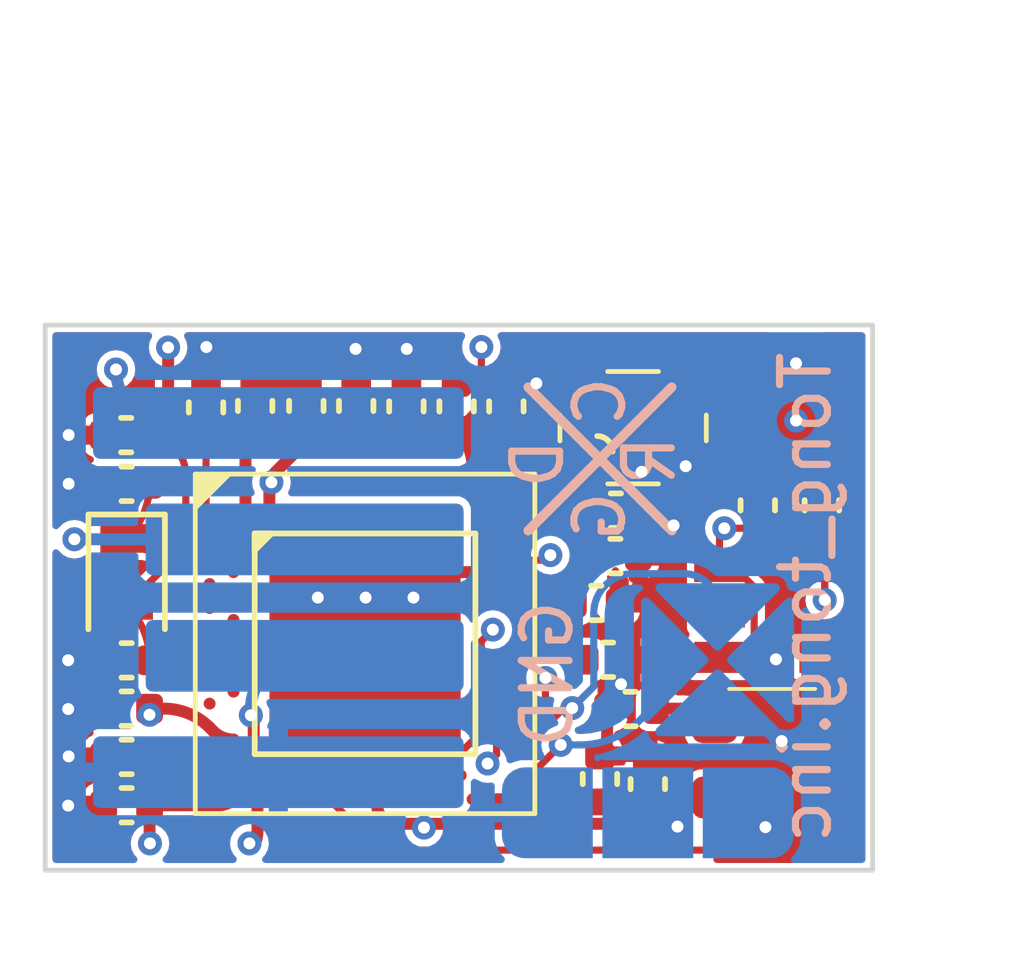
<source format=kicad_pcb>
(kicad_pcb (version 20221018) (generator pcbnew)
  (layers (0 "F.Cu" signal) (1 "In1.Cu" signal) (2 "In2.Cu" signal) (31 "B.Cu" signal) (34 "B.Paste" user) (35 "F.Paste" user) (36 "B.SilkS" user "B.Silkscreen") (37 "F.SilkS" user "F.Silkscreen") (38 "B.Mask" user) (39 "F.Mask" user) (44 "Edge.Cuts" user))
  (net 0 "")
  (net 1 "GND")
  (net 2 "Net-(C1-Pad2)")
  (net 3 "Net-(C2-Pad2)")
  (net 4 "Net-(C3-Pad2)")
  (net 5 "Net-(C5-Pad1)")
  (net 6 "VDD_nRF")
  (net 7 "Net-(C9-Pad2)")
  (net 8 "Net-(C10-Pad1)")
  (net 9 "Net-(C11-Pad2)")
  (net 10 "Net-(C17-Pad1)")
  (net 11 "Net-(C18-Pad1)")
  (net 12 "Net-(C20-Pad2)")
  (net 13 "VBUS")
  (net 14 "Net-(D1-Pad1)")
  (net 15 "BLUE_LED")
  (net 16 "Net-(J1-Pad2)")
  (net 17 "Net-(J1-Pad3)")
  (net 18 "Net-(L2-Pad1)")
  (net 19 "Net-(L2-Pad2)")
  (net 27 "swc")
  (net 31 "Net-(U1-PadAC13)")
  (net 36 "swd")
  (net 67 "P1.02")
  (net 68 "P1.01")
  (footprint "Library:Resistor_0402_1005M-nosilk" (layer "F.Cu") (at 178.26 90.022132)
    (fp_text reference "R1" hide)
    (fp_text value "1.5k")
    (pad "1" smd roundrect (at -0.51 0) (size 0.54 0.64) (layers "F.Cu" "F.Paste" "F.Mask") (net 1 "GND"))
    (pad "2" smd roundrect (at 0.51 0) (size 0.54 0.64) (layers "F.Cu" "F.Paste" "F.Mask") (net 14 "Net-(D1-Pad1)"))
  )
  (footprint "Capacitor_SMD:C_0402_1005Metric" (layer "F.Cu") (at 177.6 91.492132 -90)
    (fp_text reference "C8" hide)
    (fp_text value "100nF")
    (pad "1" smd roundrect (at -0.48 0 270) (size 0.56 0.62) (layers "F.Cu" "F.Paste" "F.Mask") (net 1 "GND"))
    (pad "2" smd roundrect (at 0.48 0 270) (size 0.56 0.62) (layers "F.Cu" "F.Paste" "F.Mask") (net 6 "VDD_nRF"))
  )
  (footprint "Capacitor_SMD:C_0402_1005Metric" (layer "F.Cu") (at 169.36278 83.722132 90)
    (fp_text reference "C14" hide)
    (fp_text value "1uF")
    (pad "1" smd roundrect (at -0.48 0 90) (size 0.56 0.62) (layers "F.Cu" "F.Paste" "F.Mask") (net 6 "VDD_nRF"))
    (pad "2" smd roundrect (at 0.48 0 90) (size 0.56 0.62) (layers "F.Cu" "F.Paste" "F.Mask") (net 1 "GND"))
  )
  (footprint "Capacitor_SMD:C_0402_1005Metric" (layer "F.Cu") (at 167.70278 92.042132 180)
    (fp_text reference "C21" hide)
    (fp_text value "4.7uF")
    (pad "1" smd roundrect (at -0.48 0 180) (size 0.56 0.62) (layers "F.Cu" "F.Paste" "F.Mask") (net 13 "VBUS"))
    (pad "2" smd roundrect (at 0.48 0 180) (size 0.56 0.62) (layers "F.Cu" "F.Paste" "F.Mask") (net 1 "GND"))
  )
  (footprint "Capacitor_SMD:C_0402_1005Metric" (layer "F.Cu") (at 167.70278 89.012132 180)
    (fp_text reference "C18" hide)
    (fp_text value "12pF")
    (pad "1" smd roundrect (at -0.48 0 180) (size 0.56 0.62) (layers "F.Cu" "F.Paste" "F.Mask") (net 11 "Net-(C18-Pad1)"))
    (pad "2" smd roundrect (at 0.48 0 180) (size 0.56 0.62) (layers "F.Cu" "F.Paste" "F.Mask") (net 1 "GND"))
  )
  (footprint "Capacitor_SMD:C_0402_1005Metric" (layer "F.Cu") (at 167.70278 85.322132 180)
    (fp_text reference "C17" hide)
    (fp_text value "12pF")
    (pad "1" smd roundrect (at -0.48 0 180) (size 0.56 0.62) (layers "F.Cu" "F.Paste" "F.Mask") (net 10 "Net-(C17-Pad1)"))
    (pad "2" smd roundrect (at 0.48 0 180) (size 0.56 0.62) (layers "F.Cu" "F.Paste" "F.Mask") (net 1 "GND"))
  )
  (footprint "Inductor_SMD:L_0402_1005Metric" (layer "F.Cu") (at 170.40278 83.702132 -90)
    (fp_text reference "L2" hide)
    (fp_text value "10uH")
    (pad "1" smd roundrect (at -0.485 0 270) (size 0.59 0.64) (layers "F.Cu" "F.Paste" "F.Mask") (net 18 "Net-(L2-Pad1)"))
    (pad "2" smd roundrect (at 0.485 0 270) (size 0.59 0.64) (layers "F.Cu" "F.Paste" "F.Mask") (net 19 "Net-(L2-Pad2)"))
  )
  (footprint "Capacitor_SMD:C_0402_1005Metric" (layer "F.Cu") (at 173.55278 83.702132 90)
    (fp_text reference "C15" hide)
    (fp_text value "1uF")
    (pad "1" smd roundrect (at -0.48 0 90) (size 0.56 0.62) (layers "F.Cu" "F.Paste" "F.Mask") (net 8 "Net-(C10-Pad1)"))
    (pad "2" smd roundrect (at 0.48 0 90) (size 0.56 0.62) (layers "F.Cu" "F.Paste" "F.Mask") (net 1 "GND"))
  )
  (footprint "Inductor_SMD:L_0402_1005Metric" (layer "F.Cu") (at 171.46278 83.712132 90)
    (fp_text reference "L3" hide)
    (fp_text value "15nH")
    (pad "1" smd roundrect (at -0.485 0 90) (size 0.59 0.64) (layers "F.Cu" "F.Paste" "F.Mask") (net 8 "Net-(C10-Pad1)"))
    (pad "2" smd roundrect (at 0.485 0 90) (size 0.59 0.64) (layers "F.Cu" "F.Paste" "F.Mask") (net 18 "Net-(L2-Pad1)"))
  )
  (footprint "Capacitor_SMD:C_0402_1005Metric" (layer "F.Cu") (at 177.77 89 180)
    (fp_text reference "C9" hide)
    (fp_text value "820pF")
    (pad "1" smd roundrect (at -0.48 0 180) (size 0.56 0.62) (layers "F.Cu" "F.Paste" "F.Mask") (net 1 "GND"))
    (pad "2" smd roundrect (at 0.48 0 180) (size 0.56 0.62) (layers "F.Cu" "F.Paste" "F.Mask") (net 7 "Net-(C9-Pad2)"))
  )
  (footprint "Library:crystal 32mhz" (layer "F.Cu") (at 178.29278 84.152132)
    (fp_text reference "X1" hide)
    (fp_text value "32MHZ")
    (pad "1" smd roundrect (at -1.1 0.8) (size 1 0.9) (layers "F.Cu" "F.Paste" "F.Mask") (roundrect_rratio 0.1666666667) (net 2 "Net-(C1-Pad2)"))
    (pad "2" smd roundrect (at 1.1 0.8) (size 1 0.9) (layers "F.Cu" "F.Paste" "F.Mask") (roundrect_rratio 0.1666666667) (net 1 "GND"))
    (pad "3" smd roundrect (at 1.1 -0.8) (size 1 0.9) (layers "F.Cu" "F.Paste" "F.Mask") (roundrect_rratio 0.1666666667) (net 3 "Net-(C2-Pad2)"))
    (pad "4" smd roundrect (at -1.1 -0.8) (size 1 0.9) (layers "F.Cu" "F.Paste" "F.Mask") (roundrect_rratio 0.1666666667) (net 1 "GND"))
  )
  (footprint "Library:USB_Intergrated" (layer "F.Cu") (at 166 82 90)
    (fp_text reference "J1" hide)
    (fp_text value "USB_A")
    (pad "1" smd roundrect (at -2.05 4.875 270) (size 1.5 7.75) (layers "B.Cu" "B.Paste" "B.Mask") (roundrect_rratio 0.1) (net 13 "VBUS"))
    (pad "2" smd roundrect (at -4.483 5.425 270) (size 1.5 6.65) (layers "B.Cu" "B.Paste" "B.Mask") (roundrect_rratio 0.1) (net 16 "Net-(J1-Pad2)"))
    (pad "3" smd roundrect (at -6.917 5.425 270) (size 1.5 6.65) (layers "B.Cu" "B.Paste" "B.Mask") (roundrect_rratio 0.1) (net 17 "Net-(J1-Pad3)"))
    (pad "4" smd roundrect (at -9.35 4.875 270) (size 1.5 7.75) (layers "B.Cu" "B.Paste" "B.Mask") (roundrect_rratio 0.1) (net 1 "GND"))
  )
  (footprint "Capacitor_SMD:C_0402_1005Metric" (layer "F.Cu") (at 175.64278 83.702132 -90)
    (fp_text reference "C2" hide)
    (fp_text value "12pF")
    (pad "1" smd roundrect (at -0.48 0 270) (size 0.56 0.62) (layers "F.Cu" "F.Paste" "F.Mask") (net 1 "GND"))
    (pad "2" smd roundrect (at 0.48 0 270) (size 0.56 0.62) (layers "F.Cu" "F.Paste" "F.Mask") (net 3 "Net-(C2-Pad2)"))
  )
  (footprint "Capacitor_SMD:C_0402_1005Metric" (layer "F.Cu") (at 180.9 85.77 90)
    (fp_text reference "C13" hide)
    (fp_text value "1uF")
    (pad "1" smd roundrect (at -0.48 0 90) (size 0.56 0.62) (layers "F.Cu" "F.Paste" "F.Mask") (net 13 "VBUS"))
    (pad "2" smd roundrect (at 0.48 0 90) (size 0.56 0.62) (layers "F.Cu" "F.Paste" "F.Mask") (net 1 "GND"))
  )
  (footprint "Capacitor_SMD:C_0402_1005Metric" (layer "F.Cu") (at 167.69278 84.302132 180)
    (fp_text reference "C5" hide)
    (fp_text value "100nF")
    (pad "1" smd roundrect (at -0.48 0 180) (size 0.56 0.62) (layers "F.Cu" "F.Paste" "F.Mask") (net 5 "Net-(C5-Pad1)"))
    (pad "2" smd roundrect (at 0.48 0 180) (size 0.56 0.62) (layers "F.Cu" "F.Paste" "F.Mask") (net 1 "GND"))
  )
  (footprint "Capacitor_SMD:C_0402_1005Metric" (layer "F.Cu") (at 167.70278 90.022132)
    (fp_text reference "C6" hide)
    (fp_text value "4.7uF")
    (pad "1" smd roundrect (at -0.48 0) (size 0.56 0.62) (layers "F.Cu" "F.Paste" "F.Mask") (net 1 "GND"))
    (pad "2" smd roundrect (at 0.48 0) (size 0.56 0.62) (layers "F.Cu" "F.Paste" "F.Mask") (net 6 "VDD_nRF"))
  )
  (footprint "Library:AQFN-73-1EP_7x7mm_P0.5mm_NRF52840-custom" (layer "F.Cu") (at 172.68778 88.667132)
    (fp_text reference "U1" hide)
    (fp_text value "nRF52840_aQFN73")
    (pad "A8" smd circle (at -1.25 -3.25 180) (size 0.25 0.25) (layers "F.Cu" "F.Paste" "F.Mask"))
    (pad "A10" smd circle (at -0.75 -3.25 180) (size 0.25 0.25) (layers "F.Cu" "F.Paste" "F.Mask"))
    (pad "A12" smd circle (at -0.25 -3.25 180) (size 0.25 0.25) (layers "F.Cu" "F.Paste" "F.Mask"))
    (pad "A14" smd circle (at 0.25 -3.25 180) (size 0.25 0.25) (layers "F.Cu" "F.Paste" "F.Mask"))
    (pad "A16" smd circle (at 0.75 -3.25 180) (size 0.25 0.25) (layers "F.Cu" "F.Paste" "F.Mask"))
    (pad "A18" smd circle (at 1.25 -3.25 180) (size 0.25 0.25) (layers "F.Cu" "F.Paste" "F.Mask"))
    (pad "A20" smd circle (at 1.75 -3.25 180) (size 0.25 0.25) (layers "F.Cu" "F.Paste" "F.Mask"))
    (pad "A22" smd circle (at 2.25 -3.25 180) (size 0.25 0.25) (layers "F.Cu" "F.Paste" "F.Mask") (net 6 "VDD_nRF"))
    (pad "A23" smd circle (at 2.75 -3.25 180) (size 0.25 0.25) (layers "F.Cu" "F.Paste" "F.Mask") (net 3 "Net-(C2-Pad2)"))
    (pad "AA24" smd circle (at 3.25 2.25 180) (size 0.25 0.25) (layers "F.Cu" "F.Paste" "F.Mask") (net 27 "swc"))
    (pad "AB2" smd circle (at -2.75 2.5 180) (size 0.25 0.25) (layers "F.Cu" "F.Paste" "F.Mask"))
    (pad "AC5" smd circle (at -2 2.75 180) (size 0.25 0.25) (layers "F.Cu" "F.Paste" "F.Mask") (net 12 "Net-(C20-Pad2)"))
    (pad "AC9" smd circle (at -1 2.75 180) (size 0.25 0.25) (layers "F.Cu" "F.Paste" "F.Mask"))
    (pad "AC11" smd circle (at -0.5 2.75 180) (size 0.25 0.25) (layers "F.Cu" "F.Paste" "F.Mask"))
    (pad "AC13" smd circle (at 0 2.75 180) (size 0.25 0.25) (layers "F.Cu" "F.Paste" "F.Mask") (net 31 "Net-(U1-PadAC13)"))
    (pad "AC15" smd circle (at 0.5 2.75 180) (size 0.25 0.25) (layers "F.Cu" "F.Paste" "F.Mask"))
    (pad "AC17" smd circle (at 1 2.75 180) (size 0.25 0.25) (layers "F.Cu" "F.Paste" "F.Mask"))
    (pad "AC19" smd circle (at 1.5 2.75 180) (size 0.25 0.25) (layers "F.Cu" "F.Paste" "F.Mask"))
    (pad "AC21" smd circle (at 2 2.75 180) (size 0.25 0.25) (layers "F.Cu" "F.Paste" "F.Mask"))
    (pad "AC24" smd circle (at 3.25 2.75 180) (size 0.25 0.25) (layers "F.Cu" "F.Paste" "F.Mask") (net 36 "swd"))
    (pad "AD2" smd circle (at -2.75 3.25 180) (size 0.25 0.25) (layers "F.Cu" "F.Paste" "F.Mask") (net 13 "VBUS"))
    (pad "AD4" smd circle (at -2.25 3.25 180) (size 0.25 0.25) (layers "F.Cu" "F.Paste" "F.Mask") (net 16 "Net-(J1-Pad2)"))
    (pad "AD6" smd circle (at -1.75 3.25 180) (size 0.25 0.25) (layers "F.Cu" "F.Paste" "F.Mask") (net 17 "Net-(J1-Pad3)"))
    (pad "AD8" smd circle (at -1.25 3.25 180) (size 0.25 0.25) (layers "F.Cu" "F.Paste" "F.Mask"))
    (pad "AD10" smd circle (at -0.75 3.25 180) (size 0.25 0.25) (layers "F.Cu" "F.Paste" "F.Mask") (net 15 "BLUE_LED"))
    (pad "AD12" smd circle (at -0.25 3.25 180) (size 0.25 0.25) (layers "F.Cu" "F.Paste" "F.Mask"))
    (pad "AD14" smd circle (at 0.25 3.25 180) (size 0.25 0.25) (layers "F.Cu" "F.Paste" "F.Mask") (net 6 "VDD_nRF"))
    (pad "AD16" smd circle (at 0.75 3.25 180) (size 0.25 0.25) (layers "F.Cu" "F.Paste" "F.Mask"))
    (pad "AD18" smd circle (at 1.25 3.25 180) (size 0.25 0.25) (layers "F.Cu" "F.Paste" "F.Mask"))
    (pad "AD20" smd circle (at 1.75 3.25 180) (size 0.25 0.25) (layers "F.Cu" "F.Paste" "F.Mask"))
    (pad "AD22" smd circle (at 2.25 3.25 180) (size 0.25 0.25) (layers "F.Cu" "F.Paste" "F.Mask"))
    (pad "AD23" smd circle (at 2.75 3.25 180) (size 0.25 0.25) (layers "F.Cu" "F.Paste" "F.Mask") (net 6 "VDD_nRF"))
    (pad "B1" smd circle (at -3.25 -2.75 180) (size 0.25 0.25) (layers "F.Cu" "F.Paste" "F.Mask") (net 6 "VDD_nRF"))
    (pad "B3" smd circle (at -2.5 -2.75 180) (size 0.25 0.25) (layers "F.Cu" "F.Paste" "F.Mask") (net 19 "Net-(L2-Pad2)"))
    (pad "B5" smd circle (at -2 -2.75 180) (size 0.25 0.25) (layers "F.Cu" "F.Paste" "F.Mask") (net 8 "Net-(C10-Pad1)"))
    (pad "B7" smd circle (at -1.5 -2.75 180) (size 0.25 0.25) (layers "F.Cu" "F.Paste" "F.Mask") (net 1 "GND"))
    (pad "B9" smd circle (at -1 -2.75 180) (size 0.25 0.25) (layers "F.Cu" "F.Paste" "F.Mask"))
    (pad "B11" smd circle (at -0.5 -2.75 180) (size 0.25 0.25) (layers "F.Cu" "F.Paste" "F.Mask"))
    (pad "B13" smd circle (at 0 -2.75 180) (size 0.25 0.25) (layers "F.Cu" "F.Paste" "F.Mask"))
    (pad "B15" smd circle (at 0.5 -2.75 180) (size 0.25 0.25) (layers "F.Cu" "F.Paste" "F.Mask"))
    (pad "B17" smd circle (at 1 -2.75 180) (size 0.25 0.25) (layers "F.Cu" "F.Paste" "F.Mask"))
    (pad "B19" smd circle (at 1.5 -2.75 180) (size 0.25 0.25) (layers "F.Cu" "F.Paste" "F.Mask"))
    (pad "B24" smd circle (at 3.25 -2.75 180) (size 0.25 0.25) (layers "F.Cu" "F.Paste" "F.Mask") (net 2 "Net-(C1-Pad2)"))
    (pad "C1" smd circle (at -3.25 -2.25 180) (size 0.25 0.25) (layers "F.Cu" "F.Paste" "F.Mask") (net 5 "Net-(C5-Pad1)"))
    (pad "D2" smd circle (at -2.75 -2 180) (size 0.25 0.25) (layers "F.Cu" "F.Paste" "F.Mask") (net 10 "Net-(C17-Pad1)"))
    (pad "D23" smd circle (at 2.75 -2 180) (size 0.25 0.25) (layers "F.Cu" "F.Paste" "F.Mask") (net 9 "Net-(C11-Pad2)"))
    (pad "E24" smd circle (at 3.25 -1.75 180) (size 0.25 0.25) (layers "F.Cu" "F.Paste" "F.Mask") (net 8 "Net-(C10-Pad1)"))
    (pad "EP" smd rect (at 0 0 180) (size 4 4) (layers "F.Cu" "F.Mask") (net 1 "GND"))
    (pad "F2" smd circle (at -2.75 -1.5 180) (size 0.25 0.25) (layers "F.Cu" "F.Paste" "F.Mask") (net 11 "Net-(C18-Pad1)"))
    (pad "F23" smd circle (at 2.75 -1.5 180) (size 0.25 0.25) (layers "F.Cu" "F.Paste" "F.Mask") (net 1 "GND"))
    (pad "G1" smd circle (at -3.25 -1.25 180) (size 0.25 0.25) (layers "F.Cu" "F.Paste" "F.Mask"))
    (pad "H2" smd circle (at -2.75 -1 180) (size 0.25 0.25) (layers "F.Cu" "F.Paste" "F.Mask"))
    (pad "H23" smd circle (at 2.75 -1 180) (size 0.25 0.25) (layers "F.Cu" "F.Paste" "F.Mask") (net 4 "Net-(C3-Pad2)"))
    (pad "J1" smd circle (at -3.25 -0.75 180) (size 0.25 0.25) (layers "F.Cu" "F.Paste" "F.Mask"))
    (pad "J24" smd circle (at 3.25 -0.75 180) (size 0.25 0.25) (layers "F.Cu" "F.Paste" "F.Mask"))
    (pad "K2" smd circle (at -2.75 -0.5 180) (size 0.25 0.25) (layers "F.Cu" "F.Paste" "F.Mask"))
    (pad "L1" smd circle (at -3.25 -0.25 180) (size 0.25 0.25) (layers "F.Cu" "F.Paste" "F.Mask"))
    (pad "L24" smd circle (at 3.25 -0.25 180) (size 0.25 0.25) (layers "F.Cu" "F.Paste" "F.Mask"))
    (pad "M2" smd circle (at -2.75 0 180) (size 0.25 0.25) (layers "F.Cu" "F.Paste" "F.Mask"))
    (pad "N1" smd circle (at -3.25 0.25 180) (size 0.25 0.25) (layers "F.Cu" "F.Paste" "F.Mask"))
    (pad "N24" smd circle (at 3.25 0.25 180) (size 0.25 0.25) (layers "F.Cu" "F.Paste" "F.Mask") (net 7 "Net-(C9-Pad2)"))
    (pad "P2" smd circle (at -2.75 0.5 180) (size 0.25 0.25) (layers "F.Cu" "F.Paste" "F.Mask"))
    (pad "P23" smd circle (at 2.75 0.5 180) (size 0.25 0.25) (layers "F.Cu" "F.Paste" "F.Mask"))
    (pad "R1" smd circle (at -3.25 0.75 180) (size 0.25 0.25) (layers "F.Cu" "F.Paste" "F.Mask"))
    (pad "R24" smd circle (at 3.25 0.75 180) (size 0.25 0.25) (layers "F.Cu" "F.Paste" "F.Mask"))
    (pad "T2" smd circle (at -2.75 1 180) (size 0.25 0.25) (layers "F.Cu" "F.Paste" "F.Mask"))
    (pad "T23" smd circle (at 2.75 1 180) (size 0.25 0.25) (layers "F.Cu" "F.Paste" "F.Mask"))
    (pad "U1" smd circle (at -3.25 1.25 180) (size 0.25 0.25) (layers "F.Cu" "F.Paste" "F.Mask"))
    (pad "U24" smd circle (at 3.25 1.25 180) (size 0.25 0.25) (layers "F.Cu" "F.Paste" "F.Mask"))
    (pad "V23" smd circle (at 2.75 1.5 180) (size 0.25 0.25) (layers "F.Cu" "F.Paste" "F.Mask"))
    (pad "W1" smd circle (at -3.25 1.75 180) (size 0.25 0.25) (layers "F.Cu" "F.Paste" "F.Mask") (net 6 "VDD_nRF"))
    (pad "W24" smd circle (at 3.25 1.75 180) (size 0.25 0.25) (layers "F.Cu" "F.Paste" "F.Mask") (net 67 "P1.02"))
    (pad "Y2" smd circle (at -2.75 2 180) (size 0.25 0.25) (layers "F.Cu" "F.Paste" "F.Mask") (net 6 "VDD_nRF"))
    (pad "Y23" smd circle (at 2.75 2 180) (size 0.25 0.25) (layers "F.Cu" "F.Paste" "F.Mask") (net 68 "P1.01"))
  )
  (footprint "Library:LED_0603_1608Metric-nosilk" (layer "F.Cu") (at 180 91.092132 -90)
    (fp_text reference "D1" hide)
    (fp_text value "BLUE" hide)
    (pad "1" smd roundrect (at -0.7875 0 270) (size 0.875 0.95) (layers "F.Cu" "F.Paste" "F.Mask") (net 14 "Net-(D1-Pad1)"))
    (pad "2" smd roundrect (at 0.7875 0 270) (size 0.875 0.95) (layers "F.Cu" "F.Paste" "F.Mask") (net 15 "BLUE_LED"))
  )
  (footprint "" (layer "F.Cu") (at 181.7 84)
    (fp_text reference "" hide)
    (fp_text value "" (at 0 0) (layer "F.SilkS") (effects (font (size 1.27 1.27))))
    (pad "5" smd roundrect (at 0 0) (size 1 1) (layers "F.Cu" "F.Paste" "F.Mask") (net 6 "VDD_nRF"))
  )
  (footprint "Capacitor_SMD:C_0402_1005Metric" (layer "F.Cu") (at 177.52278 87.812132 180)
    (fp_text reference "C3" hide)
    (fp_text value "0.8pF")
    (pad "1" smd roundrect (at -0.48 0 180) (size 0.56 0.62) (layers "F.Cu" "F.Paste" "F.Mask") (net 1 "GND"))
    (pad "2" smd roundrect (at 0.48 0 180) (size 0.56 0.62) (layers "F.Cu" "F.Paste" "F.Mask") (net 4 "Net-(C3-Pad2)"))
  )
  (footprint "Capacitor_SMD:C_0402_1005Metric" (layer "F.Cu") (at 177.92278 86.832132 180)
    (fp_text reference "C11" hide)
    (fp_text value "100pF")
    (pad "1" smd roundrect (at -0.48 0 180) (size 0.56 0.62) (layers "F.Cu" "F.Paste" "F.Mask") (net 1 "GND"))
    (pad "2" smd roundrect (at 0.48 0 180) (size 0.56 0.62) (layers "F.Cu" "F.Paste" "F.Mask") (net 9 "Net-(C11-Pad2)"))
  )
  (footprint "" (layer "F.Cu") (at 181.7 82.8)
    (fp_text reference "" hide)
    (fp_text value "" (at 0 0) (layer "F.SilkS") (effects (font (size 1.27 1.27))))
    (pad "5" smd roundrect (at 0 0) (size 1 1) (layers "F.Cu" "F.Paste" "F.Mask") (net 1 "GND"))
  )
  (footprint "Capacitor_SMD:C_0402_1005Metric" (layer "F.Cu") (at 178.6 91.6 -90)
    (fp_text reference "C7" hide)
    (fp_text value "100nF")
    (pad "1" smd roundrect (at -0.48 0 270) (size 0.56 0.62) (layers "F.Cu" "F.Paste" "F.Mask") (net 1 "GND"))
    (pad "2" smd roundrect (at 0.48 0 270) (size 0.56 0.62) (layers "F.Cu" "F.Paste" "F.Mask") (net 6 "VDD_nRF"))
  )
  (footprint "Crystal:Crystal_SMD_2012-2Pin_2.0x1.2mm" (layer "F.Cu") (at 167.70278 87.162132 -90)
    (fp_text reference "X2" hide)
    (fp_text value "32.768 kHz")
    (pad "1" smd rect (at -0.7 0 270) (size 0.6 1.1) (layers "F.Cu" "F.Paste" "F.Mask") (net 10 "Net-(C17-Pad1)"))
    (pad "2" smd rect (at 0.7 0 270) (size 0.6 1.1) (layers "F.Cu" "F.Paste" "F.Mask") (net 11 "Net-(C18-Pad1)"))
  )
  (footprint "Capacitor_SMD:C_0402_1005Metric" (layer "F.Cu") (at 174.60278 83.702132 90)
    (fp_text reference "C12" hide)
    (fp_text value "100nF")
    (pad "1" smd roundrect (at -0.48 0 90) (size 0.56 0.62) (layers "F.Cu" "F.Paste" "F.Mask") (net 6 "VDD_nRF"))
    (pad "2" smd roundrect (at 0.48 0 90) (size 0.56 0.62) (layers "F.Cu" "F.Paste" "F.Mask") (net 1 "GND"))
  )
  (footprint "Capacitor_SMD:C_0402_1005Metric" (layer "F.Cu") (at 167.70278 91.032132)
    (fp_text reference "C20" hide)
    (fp_text value "4.7uF")
    (pad "1" smd roundrect (at -0.48 0) (size 0.56 0.62) (layers "F.Cu" "F.Paste" "F.Mask") (net 1 "GND"))
    (pad "2" smd roundrect (at 0.48 0) (size 0.56 0.62) (layers "F.Cu" "F.Paste" "F.Mask") (net 12 "Net-(C20-Pad2)"))
  )
  (footprint "Library:Debug pin cluster" (layer "F.Cu") (at 185 82 90)
    (fp_text reference "U2" hide)
    (fp_text value "debug_ports")
    (fp_text user "G" (at -4 -7.4 90 unlocked) (layer "B.SilkS") (effects (justify mirror)))
    (fp_text user "R" (at -2.831874 -6.363122 90 unlocked) (layer "B.SilkS") (effects (justify mirror)))
    (fp_text user "D" (at -2.9 -8.7 90 unlocked) (layer "B.SilkS") (effects (justify mirror)))
    (fp_text user "C" (at -1.6 -7.4 90 unlocked) (layer "B.SilkS") (effects (justify mirror)))
    (fp_text user "GND" (at -7.3 -8.5 90 unlocked) (layer "B.SilkS") (effects (justify mirror)))
    (fp_text user "Tong_tong.inc" (at -5.7 -3.1 90 unlocked) (layer "B.SilkS") (effects (justify mirror)))
    (fp_poly (pts (xy -7.3 -4.939332) (xy -8.5 -3.739332) (xy -8.5 -6.139332)) (stroke (width 0.2)) (fill solid) (layer "B.Cu"))
    (fp_poly (pts (xy -7 -5.239332) (xy -8.2 -6.439332) (xy -5.8 -6.439332)) (stroke (width 0.2)) (fill solid) (layer "B.Cu"))
    (fp_poly (pts (xy -7 -4.639332) (xy -5.8 -3.439332) (xy -8.2 -3.439332)) (stroke (width 0.2)) (fill solid) (layer "B.Cu"))
    (fp_poly (pts (xy -6.7 -4.939332) (xy -5.5 -6.139332) (xy -5.5 -3.739332)) (stroke (width 0.2)) (fill solid) (layer "B.Cu"))
    (pad "1" smd roundrect (at -10.2 -8.5 90) (size 1.9 1.9) (layers "B.Cu" "B.Paste" "B.Mask") (chamfer_ratio 0) (chamfer bottom_left bottom_right) (net 1 "GND"))
    (pad "2" smd roundrect (at -10.2 -6.4 270) (size 1.9 1.9) (layers "B.Cu" "B.Paste" "B.Mask") (chamfer_ratio 0) (chamfer top_left top_right bottom_left bottom_right) (net 68 "P1.01"))
    (pad "3" smd roundrect (at -10.2 -4.3 270) (size 1.9 1.9) (layers "B.Cu" "B.Paste" "B.Mask") (chamfer_ratio 0) (chamfer bottom_left bottom_right) (net 67 "P1.02"))
    (pad "4" smd roundrect (at -7 -6.039332 270) (size 0.5 0.5) (layers "B.Cu" "B.Paste" "B.Mask") (chamfer_ratio 0) (chamfer top_left top_right bottom_left bottom_right) (net 36 "swd"))
    (pad "5" smd roundrect (at -5.9 -4.939332 270) (size 0.5 0.5) (layers "B.Cu" "B.Paste" "B.Mask") (chamfer_ratio 0) (chamfer top_left top_right bottom_left bottom_right) (net 27 "swc"))
    (pad "6" smd roundrect (at -7 -3.939332 270) (size 0.5 0.5) (layers "B.Cu" "B.Paste" "B.Mask") (chamfer_ratio 0) (chamfer top_left top_right bottom_left bottom_right) (net 31 "Net-(U1-PadAC13)"))
    (pad "7" smd roundrect (at -8.1 -4.939332 270) (size 0.5 0.5) (layers "B.Cu" "B.Paste" "B.Mask") (chamfer_ratio 0) (chamfer top_left top_right bottom_left bottom_right) (net 1 "GND"))
  )
  (footprint "Capacitor_SMD:C_0402_1005Metric" (layer "F.Cu") (at 177.93278 85.882132 180)
    (fp_text reference "C1" hide)
    (fp_text value "12pF")
    (pad "1" smd roundrect (at -0.48 0 180) (size 0.56 0.62) (layers "F.Cu" "F.Paste" "F.Mask") (net 1 "GND"))
    (pad "2" smd roundrect (at 0.48 0 180) (size 0.56 0.62) (layers "F.Cu" "F.Paste" "F.Mask") (net 2 "Net-(C1-Pad2)"))
  )
  (footprint "Capacitor_SMD:C_0402_1005Metric" (layer "F.Cu") (at 172.50278 83.692132 90)
    (fp_text reference "C10" hide)
    (fp_text value "47nF")
    (pad "1" smd roundrect (at -0.48 0 90) (size 0.56 0.62) (layers "F.Cu" "F.Paste" "F.Mask") (net 8 "Net-(C10-Pad1)"))
    (pad "2" smd roundrect (at 0.48 0 90) (size 0.56 0.62) (layers "F.Cu" "F.Paste" "F.Mask") (net 1 "GND"))
  )
  (footprint "Package_TO_SOT_SMD:SOT-23-5" (layer "F.Cu") (at 181.2 88)
    (fp_text reference "U3" hide)
    (fp_text value "AP2112K-3.3")
    (pad "1" smd rect (at -1.1 -0.95) (size 1.06 0.65) (layers "F.Cu" "F.Paste" "F.Mask") (net 13 "VBUS"))
    (pad "2" smd rect (at -1.1 0) (size 1.06 0.65) (layers "F.Cu" "F.Paste" "F.Mask") (net 1 "GND"))
    (pad "3" smd rect (at -1.1 0.95) (size 1.06 0.65) (layers "F.Cu" "F.Paste" "F.Mask") (net 13 "VBUS"))
    (pad "4" smd rect (at 1.1 0.95) (size 1.06 0.65) (layers "F.Cu" "F.Paste" "F.Mask"))
    (pad "5" smd rect (at 1.1 -0.95) (size 1.06 0.65) (layers "F.Cu" "F.Paste" "F.Mask") (net 6 "VDD_nRF"))
  )
  (footprint "Capacitor_SMD:C_0402_1005Metric" (layer "F.Cu") (at 182.24 85.77 90)
    (fp_text reference "C16" hide)
    (fp_text value "1uF")
    (pad "1" smd roundrect (at -0.48 0 90) (size 0.56 0.62) (layers "F.Cu" "F.Paste" "F.Mask") (net 6 "VDD_nRF"))
    (pad "2" smd roundrect (at 0.48 0 90) (size 0.56 0.62) (layers "F.Cu" "F.Paste" "F.Mask") (net 1 "GND"))
  )
  (gr_line (start 170.03 83.584296) (end 170.03 83.799968) (stroke (width 0.12)) (layer "F.SilkS"))
  (gr_line (start 178.132164 89.67) (end 178.347836 89.67) (stroke (width 0.12)) (layer "F.SilkS"))
  (gr_line (start 178.132164 90.39) (end 178.347836 90.39) (stroke (width 0.12)) (layer "F.SilkS"))
  (gr_line (start 171.82 83.584296) (end 171.82 83.799968) (stroke (width 0.12)) (layer "F.SilkS"))
  (gr_line (start 171.1 83.584296) (end 171.1 83.799968) (stroke (width 0.12)) (layer "F.SilkS"))
  (gr_line (start 170.75 83.584296) (end 170.75 83.799968) (stroke (width 0.12)) (layer "F.SilkS"))
  (gr_line (start 183.3 82) (end 166 82) (stroke (width 0.1)) (layer "Edge.Cuts"))
  (gr_line (start 166 93.4) (end 166 82) (stroke (width 0.1)) (layer "Edge.Cuts"))
  (gr_line (start 166 93.4) (end 183.3 93.4) (stroke (width 0.1)) (layer "Edge.Cuts"))
  (gr_line (start 183.3 90.4) (end 183.3 93.4) (stroke (width 0.1)) (layer "Edge.Cuts"))
  (gr_line (start 183.3 90.4) (end 183.3 82) (stroke (width 0.1)) (layer "Edge.Cuts"))
  (segment (start 171.18778 85.917132) (end 171.18778 87.167132) (width 0.25) (layer "F.Cu") (net 1))
  (segment (start 166.51532 85.32) (end 166.518726 85.323406) (width 0.25) (layer "F.Cu") (net 1))
  (segment (start 166.49 85.32) (end 166.51532 85.32) (width 0.25) (layer "F.Cu") (net 1))
  (segment (start 173.5 87.7) (end 174.032868 87.167132) (width 0.25) (layer "F.Cu") (net 1))
  (segment (start 172.50278 83.212132) (end 172.50278 82.51278) (width 0.25) (layer "F.Cu") (net 1))
  (segment (start 178.41278 85.882132) (end 178.832132 85.882132) (width 0.25) (layer "F.Cu") (net 1))
  (segment (start 178.40278 86.832132) (end 178.497868 86.832132) (width 0.25) (layer "F.Cu") (net 1))
  (segment (start 169.36278 83.242132) (end 169.36278 82.46722) (width 0.25) (layer "F.Cu") (net 1))
  (segment (start 166.522132 85.322132) (end 167.22278 85.322132) (width 0.25) (layer "F.Cu") (net 1))
  (segment (start 171.18778 87.167132) (end 172.68778 88.667132) (width 0.25) (layer "F.Cu") (net 1))
  (segment (start 178.40278 87.412132) (end 178.40278 86.832132) (width 0.25) (layer "F.Cu") (net 1))
  (segment (start 167.21278 84.302132) (end 166.492132 84.302132) (width 0.25) (layer "F.Cu") (net 1))
  (segment (start 177.75 89.8) (end 177.75 90.022132) (width 0.25) (layer "F.Cu") (net 1))
  (segment (start 178.339584 91.012132) (end 177.6 91.012132) (width 0.25) (layer "F.Cu") (net 1))
  (segment (start 175.64278 83.222132) (end 176.267868 83.222132) (width 0.25) (layer "F.Cu") (net 1))
  (segment (start 167.22278 90.022132) (end 166.487868 90.022132) (width 0.25) (layer "F.Cu") (net 1))
  (segment (start 167.22278 91.032132) (end 166.502132 91.032132) (width 0.25) (layer "F.Cu") (net 1))
  (segment (start 177.19278 83.352132) (end 176.402132 83.352132) (width 0.25) (layer "F.Cu") (net 1))
  (segment (start 173.55278 82.50722) (end 173.56 82.5) (width 0.15) (layer "F.Cu") (net 1))
  (segment (start 178.04 89.51) (end 177.75 89.8) (width 0.25) (layer "F.Cu") (net 1))
  (segment (start 173.55278 83.222132) (end 173.55278 82.50722) (width 0.15) (layer "F.Cu") (net 1))
  (segment (start 173.5 87.7) (end 173.5 87.854912) (width 0.25) (layer "F.Cu") (net 1))
  (segment (start 179.39278 84.952132) (end 178.587868 84.952132) (width 0.25) (layer "F.Cu") (net 1))
  (segment (start 178.41278 85.882132) (end 178.41278 85.12722) (width 0.25) (layer "F.Cu") (net 1))
  (segment (start 173.5 87.854912) (end 172.68778 88.667132) (width 0.25) (layer "F.Cu") (net 1))
  (segment (start 177.75 90.022132) (end 177.880796 89.891336) (width 0.25) (layer "F.Cu") (net 1))
  (segment (start 167.22278 89.012132) (end 166.482132 89.012132) (width 0.25) (layer "F.Cu") (net 1))
  (segment (start 177.75 90.022132) (end 177.75 90.65) (width 0.25) (layer "F.Cu") (net 1))
  (segment (start 167.22278 92.042132) (end 166.487868 92.042132) (width 0.25) (layer "F.Cu") (net 1))
  (segment (start 174.032868 87.167132) (end 175.43778 87.167132) (width 0.25) (layer "F.Cu") (net 1))
  (via (at 171.7 87.7) (size 0.5) (drill 0.25) (layers "F.Cu" "B.Cu") (net 1))
  (via (at 178.04 89.51) (size 0.5) (drill 0.25) (layers "F.Cu" "B.Cu") (net 1))
  (via (at 179.14 86.19) (size 0.5) (drill 0.25) (layers "F.Cu" "B.Cu") (net 1))
  (via (at 173.56 82.5) (size 0.5) (drill 0.25) (layers "F.Cu" "B.Cu") (net 1))
  (via (at 172.7 87.7) (size 0.5) (drill 0.25) (layers "F.Cu" "B.Cu") (net 1))
  (via (at 166.48 92.05) (size 0.5) (drill 0.25) (layers "F.Cu" "B.Cu") (net 1))
  (via (at 176.27 83.22) (size 0.5) (drill 0.25) (layers "F.Cu" "B.Cu") (net 1))
  (via (at 178.47 85.07) (size 0.5) (drill 0.25) (layers "F.Cu" "B.Cu") (net 1))
  (via (at 181.7 82.8) (size 0.5) (drill 0.25) (layers "F.Cu" "B.Cu") (net 1))
  (via (at 166.49 85.32) (size 0.5) (drill 0.25) (layers "F.Cu" "B.Cu") (net 1))
  (via (at 166.49 91.02) (size 0.5) (drill 0.25) (layers "F.Cu" "B.Cu") (net 1))
  (via (at 179.39278 84.952132) (size 0.5) (drill 0.25) (layers "F.Cu" "B.Cu") (net 1))
  (via (at 173.7 87.7) (size 0.5) (drill 0.25) (layers "F.Cu" "B.Cu") (net 1))
  (via (at 181.4 90.7) (size 0.5) (drill 0.25) (layers "F.Cu" "B.Cu") (net 1))
  (via (at 166.49 84.3) (size 0.5) (drill 0.25) (layers "F.Cu" "B.Cu") (net 1))
  (via (at 166.48 90.03) (size 0.5) (drill 0.25) (layers "F.Cu" "B.Cu") (net 1))
  (via (at 166.48 89.01) (size 0.5) (drill 0.25) (layers "F.Cu" "B.Cu") (net 1))
  (via (at 169.37 82.46) (size 0.5) (drill 0.25) (layers "F.Cu" "B.Cu") (net 1))
  (via (at 172.49 82.5) (size 0.5) (drill 0.25) (layers "F.Cu" "B.Cu") (net 1))
  (arc (start 178.29 88.96) (mid 178.261716 88.971716) (end 178.25 89) (width 0.25) (layer "F.Cu") (net 1))
  (arc (start 178.497868 86.832132) (mid 178.951924 86.644056) (end 179.14 86.19) (width 0.25) (layer "F.Cu") (net 1))
  (arc (start 177.75 90.65) (mid 177.711016 90.845984) (end 177.6 91.012132) (width 0.25) (layer "F.Cu") (net 1))
  (arc (start 172.50278 82.51278) (mid 172.499037 82.503743) (end 172.49 82.5) (width 0.25) (layer "F.Cu") (net 1))
  (arc (start 178.832132 85.882132) (mid 179.049828 85.972304) (end 179.14 86.19) (width 0.25) (layer "F.Cu") (net 1))
  (arc (start 177.880796 89.891336) (mid 178.154047 89.482387) (end 178.25 89) (width 0.25) (layer "F.Cu") (net 1))
  (arc (start 166.487868 90.022132) (mid 166.482304 90.024436) (end 166.48 90.03) (width 0.25) (layer "F.Cu") (net 1))
  (arc (start 166.518726 85.323406) (mid 166.521316 85.32197) (end 166.522132 85.322132) (width 0.25) (layer "F.Cu") (net 1))
  (arc (start 176.402132 83.352132) (mid 176.308701 83.313431) (end 176.27 83.22) (width 0.25) (layer "F.Cu") (net 1))
  (arc (start 176.267868 83.222132) (mid 176.269376 83.221508) (end 176.27 83.22) (width 0.25) (layer "F.Cu") (net 1))
  (arc (start 179.39278 84.952132) (mid 179.628451 84.905254) (end 179.828243 84.771758) (width 0.15) (layer "F.Cu") (net 1))
  (arc (start 166.487868 92.042132) (mid 166.482304 92.044436) (end 166.48 92.05) (width 0.25) (layer "F.Cu") (net 1))
  (arc (start 178.00278 87.812132) (mid 178.285623 87.694975) (end 178.40278 87.412132) (width 0.25) (layer "F.Cu") (net 1))
  (arc (start 166.482132 89.012132) (mid 166.480624 89.011508) (end 166.48 89.01) (width 0.25) (layer "F.Cu") (net 1))
  (arc (start 178.587868 84.952132) (mid 178.504523 84.986655) (end 178.47 85.07) (width 0.25) (layer "F.Cu") (net 1))
  (arc (start 166.502132 91.032132) (mid 166.493553 91.028579) (end 166.49 91.02) (width 0.25) (layer "F.Cu") (net 1))
  (arc (start 166.492132 84.302132) (mid 166.490624 84.301508) (end 166.49 84.3) (width 0.25) (layer "F.Cu") (net 1))
  (arc (start 169.36278 82.46722) (mid 169.364895 82.462115) (end 169.37 82.46) (width 0.25) (layer "F.Cu") (net 1))
  (arc (start 178.41278 85.12722) (mid 178.429539 85.086759) (end 178.47 85.07) (width 0.25) (layer "F.Cu") (net 1))
  (arc (start 178.6 91.12) (mid 178.48052 91.040166) (end 178.339584 91.012132) (width 0.25) (layer "F.Cu") (net 1))
  (segment (start 181.4 90.7) (end 181.352628 90.7) (width 0.3) (layer "B.Cu") (net 1))
  (segment (start 180.8 90.1) (end 180.060668 90.1) (width 0.15) (layer "B.Cu") (net 1))
  (segment (start 181.352628 90.7) (end 180.8 90.147372) (width 0.3) (layer "B.Cu") (net 1))
  (segment (start 177.45278 85.212132) (end 177.19278 84.952132) (width 0.15) (layer "F.Cu") (net 2))
  (segment (start 175.93778 85.917132) (end 176.75278 85.102132) (width 0.15) (layer "F.Cu") (net 2))
  (segment (start 176.75278 85.102132) (end 177.19278 85.102132) (width 0.15) (layer "F.Cu") (net 2))
  (segment (start 177.45278 85.882132) (end 177.45278 85.212132) (width 0.15) (layer "F.Cu") (net 2))
  (segment (start 178.59278 84.152132) (end 179.39278 83.352132) (width 0.15) (layer "F.Cu") (net 3))
  (segment (start 175.43778 85.417132) (end 176.70278 84.152132) (width 0.15) (layer "F.Cu") (net 3))
  (segment (start 175.64278 84.182132) (end 176.67278 84.182132) (width 0.15) (layer "F.Cu") (net 3))
  (segment (start 176.70278 84.152132) (end 178.59278 84.152132) (width 0.15) (layer "F.Cu") (net 3))
  (segment (start 176.67278 84.182132) (end 176.70278 84.152132) (width 0.15) (layer "F.Cu") (net 3))
  (segment (start 175.604912 87.5) (end 175.43778 87.667132) (width 0.15) (layer "F.Cu") (net 4))
  (segment (start 176.730648 87.5) (end 175.604912 87.5) (width 0.15) (layer "F.Cu") (net 4))
  (segment (start 177.04278 87.812132) (end 176.730648 87.5) (width 0.15) (layer "F.Cu") (net 4))
  (segment (start 168.69 84.54) (end 168.649664 84.499664) (width 0.15) (layer "F.Cu") (net 5))
  (segment (start 168.94 85.919352) (end 168.94 85.143553) (width 0.15) (layer "F.Cu") (net 5))
  (arc (start 169.43778 86.417132) (mid 169.085796 86.271336) (end 168.94 85.919352) (width 0.15) (layer "F.Cu") (net 5))
  (arc (start 168.94 85.143553) (mid 168.875027 84.816912) (end 168.69 84.54) (width 0.15) (layer "F.Cu") (net 5))
  (arc (start 168.649664 84.499664) (mid 168.430868 84.353469) (end 168.17278 84.302132) (width 0.15) (layer "F.Cu") (net 5))
  (segment (start 168.18278 90.022132) (end 168.484166 90.022132) (width 0.25) (layer "F.Cu") (net 6))
  (segment (start 168.18278 90.14722) (end 168.18278 90.022132) (width 0.15) (layer "F.Cu") (net 6))
  (segment (start 182.3 86.31) (end 182.24 86.25) (width 0.15) (layer "F.Cu") (net 6))
  (segment (start 176.822868 91.917132) (end 177.467219 91.917132) (width 0.25) (layer "F.Cu") (net 6))
  (segment (start 175.43778 91.917132) (end 176.822868 91.917132) (width 0.25) (layer "F.Cu") (net 6))
  (segment (start 169.36278 85.736066) (end 169.36278 84.202132) (width 0.15) (layer "F.Cu") (net 6))
  (segment (start 174.76 92.43) (end 176.07 92.43) (width 0.25) (layer "F.Cu") (net 6))
  (segment (start 175.12 83.664912) (end 175.12 82.46) (width 0.15) (layer "F.Cu") (net 6))
  (segment (start 182.3 87.05) (end 182.3 86.31) (width 0.15) (layer "F.Cu") (net 6))
  (segment (start 176.07 92.43) (end 178.25 92.43) (width 0.25) (layer "F.Cu") (net 6))
  (segment (start 168.18 90.15) (end 168.18278 90.14722) (width 0.15) (layer "F.Cu") (net 6))
  (segment (start 168.57 83.409352) (end 169.36278 84.202132) (width 0.25) (layer "F.Cu") (net 6))
  (segment (start 182.3 87.75) (end 182.3 87.05) (width 0.15) (layer "F.Cu") (net 6))
  (segment (start 182.3 87.75) (end 182.3 86.31) (width 0.15) (layer "F.Cu") (net 6))
  (segment (start 176.07 92.43) (end 176.31 92.43) (width 0.25) (layer "F.Cu") (net 6))
  (segment (start 168.57 82.47) (end 168.57 83.409352) (width 0.25) (layer "F.Cu") (net 6))
  (segment (start 174.60278 84.182132) (end 175.12 83.664912) (width 0.15) (layer "F.Cu") (net 6))
  (segment (start 177.6 91.972132) (end 177.545 91.917132) (width 0.15) (layer "F.Cu") (net 6))
  (segment (start 169.511004 90.490355) (end 169.43778 90.417132) (width 0.25) (layer "F.Cu") (net 6))
  (segment (start 173.34 92.43) (end 174.76 92.43) (width 0.25) (layer "F.Cu") (net 6))
  (segment (start 172.93778 91.917132) (end 172.93778 92.02778) (width 0.25) (layer "F.Cu") (net 6))
  (segment (start 174.93778 84.990893) (end 174.93778 85.417132) (width 0.25) (layer "F.Cu") (net 6))
  (via (at 181.7 84) (size 0.5) (drill 0.25) (layers "F.Cu" "B.Cu") (net 6))
  (via (at 168.18 90.15) (size 0.5) (drill 0.25) (layers "F.Cu" "B.Cu") (net 6))
  (via (at 173.92 92.51) (size 0.5) (drill 0.25) (layers "F.Cu" "B.Cu") (net 6))
  (via (at 175.12 82.46) (size 0.5) (drill 0.25) (layers "F.Cu" "B.Cu") (net 6))
  (via (at 168.57 82.47) (size 0.5) (drill 0.25) (layers "F.Cu" "B.Cu") (net 6))
  (via (at 182.3 87.75) (size 0.5) (drill 0.25) (layers "F.Cu" "B.Cu") (net 6))
  (arc (start 169.93778 90.667132) (mid 169.70681 90.621189) (end 169.511004 90.490355) (width 0.25) (layer "F.Cu") (net 6))
  (arc (start 176.31 92.43) (mid 176.672652 92.279784) (end 176.822868 91.917132) (width 0.25) (layer "F.Cu") (net 6))
  (arc (start 169.43778 85.917132) (mid 169.382271 85.834059) (end 169.36278 85.736066) (width 0.15) (layer "F.Cu") (net 6))
  (arc (start 177.467219 91.917132) (mid 177.539079 91.931426) (end 177.6 91.972132) (width 0.25) (layer "F.Cu") (net 6))
  (arc (start 174.60278 84.182132) (mid 174.850716 84.553195) (end 174.93778 84.990893) (width 0.25) (layer "F.Cu") (net 6))
  (arc (start 172.93778 92.02778) (mid 173.055588 92.312192) (end 173.34 92.43) (width 0.25) (layer "F.Cu") (net 6))
  (arc (start 168.484166 90.022132) (mid 169.000258 90.124789) (end 169.43778 90.417132) (width 0.25) (layer "F.Cu") (net 6))
  (arc (start 178.25 92.43) (mid 178.497487 92.327487) (end 178.6 92.08) (width 0.25) (layer "F.Cu") (net 6))
  (segment (start 177.207132 88.917132) (end 177.29 89) (width 0.15) (layer "F.Cu") (net 7))
  (segment (start 175.93778 88.917132) (end 177.207132 88.917132) (width 0.15) (layer "F.Cu") (net 7))
  (segment (start 176.56278 86.812132) (end 176.45778 86.917132) (width 0.15) (layer "F.Cu") (net 8))
  (segment (start 171.300083 84.589917) (end 170.821924 85.068076) (width 0.25) (layer "F.Cu") (net 8))
  (segment (start 176.45778 86.917132) (end 175.93778 86.917132) (width 0.15) (layer "F.Cu") (net 8))
  (segment (start 173.55278 84.182132) (end 171.498993 84.182132) (width 0.25) (layer "F.Cu") (net 8))
  (segment (start 170.68778 85.917132) (end 170.68778 85.33222) (width 0.25) (layer "F.Cu") (net 8))
  (via (at 176.56278 86.812132) (size 0.5) (drill 0.25) (layers "F.Cu" "B.Cu") (net 8))
  (via (at 170.73 85.29) (size 0.5) (drill 0.25) (layers "F.Cu" "B.Cu") (net 8))
  (arc (start 171.46278 84.197132) (mid 171.420497 84.409706) (end 171.300083 84.589917) (width 0.25) (layer "F.Cu") (net 8))
  (arc (start 170.68778 85.33222) (mid 170.700146 85.302366) (end 170.73 85.29) (width 0.25) (layer "F.Cu") (net 8))
  (arc (start 170.821924 85.068076) (mid 170.75389 85.169895) (end 170.73 85.29) (width 0.25) (layer "F.Cu") (net 8))
  (arc (start 171.498993 84.182132) (mid 171.479395 84.18603) (end 171.46278 84.197132) (width 0.25) (layer "F.Cu") (net 8))
  (segment (start 177.399698 86.822132) (end 177.43278 86.822132) (width 0.15) (layer "F.Cu") (net 9))
  (segment (start 175.78278 86.322132) (end 176.899698 86.322132) (width 0.15) (layer "F.Cu") (net 9))
  (segment (start 175.43778 86.667132) (end 175.78278 86.322132) (width 0.15) (layer "F.Cu") (net 9))
  (segment (start 176.899698 86.322132) (end 177.399698 86.822132) (width 0.15) (layer "F.Cu") (net 9))
  (segment (start 169.93778 86.667132) (end 169.868269 86.736643) (width 0.15) (layer "F.Cu") (net 10))
  (segment (start 167.68947 86.448823) (end 167.70278 86.462132) (width 0.15) (layer "F.Cu") (net 10))
  (segment (start 167.70278 86.462132) (end 167.716089 86.448823) (width 0.15) (layer "F.Cu") (net 10))
  (segment (start 169.868269 86.736643) (end 168.365508 86.736643) (width 0.15) (layer "F.Cu") (net 10))
  (arc (start 168.365508 86.736643) (mid 168.006842 86.6653) (end 167.70278 86.462132) (width 0.15) (layer "F.Cu") (net 10))
  (arc (start 167.716089 86.448823) (mid 168.061491 85.931893) (end 168.18278 85.322132) (width 0.15) (layer "F.Cu") (net 10))
  (segment (start 167.709018 87.868371) (end 167.70278 87.862132) (width 0.15) (layer "F.Cu") (net 11))
  (segment (start 167.696542 87.868371) (end 167.70278 87.862132) (width 0.15) (layer "F.Cu") (net 11))
  (segment (start 169.751567 87.09) (end 168.67 87.09) (width 0.15) (layer "F.Cu") (net 11))
  (segment (start 168.336964 87.227948) (end 167.70278 87.862132) (width 0.15) (layer "F.Cu") (net 11))
  (arc (start 168.67 87.09) (mid 168.489762 87.125852) (end 168.336964 87.227948) (width 0.15) (layer "F.Cu") (net 11))
  (arc (start 168.18278 89.012132) (mid 168.059653 88.393133) (end 167.709018 87.868371) (width 0.15) (layer "F.Cu") (net 11))
  (arc (start 169.93778 87.167132) (mid 169.852345 87.110046) (end 169.751567 87.09) (width 0.15) (layer "F.Cu") (net 11))
  (segment (start 170.56278 91.542132) (end 169.414028 91.542132) (width 0.15) (layer "F.Cu") (net 12))
  (segment (start 170.68778 91.417132) (end 170.56278 91.542132) (width 0.15) (layer "F.Cu") (net 12))
  (arc (start 169.414028 91.542132) (mid 168.747681 91.409587) (end 168.18278 91.032132) (width 0.15) (layer "F.Cu") (net 12))
  (segment (start 180.1 87.05) (end 180.9 86.25) (width 0.15) (layer "F.Cu") (net 13))
  (segment (start 180.1 87.05) (end 180.1 86.35) (width 0.15) (layer "F.Cu") (net 13))
  (segment (start 180.2 86.25) (end 180.9 86.25) (width 0.15) (layer "F.Cu") (net 13))
  (segment (start 180.394022 88.95) (end 180.824511 88.519511) (width 0.15) (layer "F.Cu") (net 13))
  (segment (start 180.1 86.35) (end 180.2 86.25) (width 0.15) (layer "F.Cu") (net 13))
  (segment (start 180.394022 87.05) (end 180.1 87.05) (width 0.15) (layer "F.Cu") (net 13))
  (segment (start 169.636004 92.042132) (end 168.18278 92.042132) (width 0.25) (layer "F.Cu") (net 13))
  (segment (start 180.824511 88.519511) (end 180.824511 87.480489) (width 0.15) (layer "F.Cu") (net 13))
  (segment (start 180.824511 87.480489) (end 180.394022 87.05) (width 0.15) (layer "F.Cu") (net 13))
  (segment (start 168.18278 92.042132) (end 168.18278 92.83278) (width 0.25) (layer "F.Cu") (net 13))
  (segment (start 180.1 88.95) (end 180.394022 88.95) (width 0.15) (layer "F.Cu") (net 13))
  (via (at 167.48 82.93) (size 0.5) (drill 0.25) (layers "F.Cu" "B.Cu") (net 13))
  (via (at 180.2 86.25) (size 0.5) (drill 0.25) (layers "F.Cu" "B.Cu") (net 13))
  (via (at 168.19 92.84) (size 0.5) (drill 0.25) (layers "F.Cu" "B.Cu") (net 13))
  (arc (start 169.93778 91.917132) (mid 169.799324 92.009646) (end 169.636004 92.042132) (width 0.25) (layer "F.Cu") (net 13))
  (arc (start 168.18278 92.83278) (mid 168.184895 92.837885) (end 168.19 92.84) (width 0.25) (layer "F.Cu") (net 13))
  (segment (start 170.875 84.05) (end 168.6 84.05) (width 0.25) (layer "B.Cu") (net 13))
  (arc (start 168.6 84.05) (mid 167.80804 83.72196) (end 167.48 82.93) (width 0.25) (layer "B.Cu") (net 13))
  (segment (start 178.77 90.022132) (end 179.317985 90.022132) (width 0.25) (layer "F.Cu") (net 14))
  (arc (start 179.317985 90.022132) (mid 179.687088 90.095552) (end 180 90.304632) (width 0.25) (layer "F.Cu") (net 14))
  (segment (start 173.000648 92.98) (end 171.93778 91.917132) (width 0.15) (layer "F.Cu") (net 15))
  (segment (start 180 91.879632) (end 180 92.79) (width 0.15) (layer "F.Cu") (net 15))
  (segment (start 180 92.79) (end 179.81 92.98) (width 0.15) (layer "F.Cu") (net 15))
  (segment (start 179.81 92.98) (end 173.000648 92.98) (width 0.15) (layer "F.Cu") (net 15))
  (segment (start 170.43778 92.590802) (end 170.43778 91.917132) (width 0.25) (layer "F.Cu") (net 16))
  (segment (start 170.27 92.84) (end 170.378785 92.84) (width 0.25) (layer "F.Cu") (net 16))
  (segment (start 170.378785 92.84) (end 170.394494 92.824291) (width 0.25) (layer "F.Cu") (net 16))
  (via (at 166.61 86.48) (size 0.5) (drill 0.25) (layers "F.Cu" "B.Cu") (net 16))
  (via (at 170.27 92.84) (size 0.5) (drill 0.25) (layers "F.Cu" "B.Cu") (net 16))
  (arc (start 170.394494 92.824291) (mid 170.426117 92.709217) (end 170.43778 92.590802) (width 0.25) (layer "F.Cu") (net 16))
  (segment (start 166.61 86.48) (end 171.422 86.48) (width 0.25) (layer "B.Cu") (net 16))
  (arc (start 171.422 86.48) (mid 171.424121 86.480879) (end 171.425 86.483) (width 0.25) (layer "B.Cu") (net 16))
  (segment (start 171.057291 91.264074) (end 171.057291 91.797621) (width 0.25) (layer "F.Cu") (net 17))
  (segment (start 170.467101 90.98) (end 170.773217 90.98) (width 0.25) (layer "F.Cu") (net 17))
  (segment (start 170.359731 90.87263) (end 170.467101 90.98) (width 0.25) (layer "F.Cu") (net 17))
  (segment (start 170.773217 90.98) (end 171.057291 91.264074) (width 0.25) (layer "F.Cu") (net 17))
  (segment (start 170.359731 90.219731) (end 170.359731 90.87263) (width 0.25) (layer "F.Cu") (net 17))
  (segment (start 171.057291 91.797621) (end 170.93778 91.917132) (width 0.25) (layer "F.Cu") (net 17))
  (segment (start 170.3 90.16) (end 170.359731 90.219731) (width 0.25) (layer "F.Cu") (net 17))
  (via (at 170.3 90.16) (size 0.5) (drill 0.25) (layers "F.Cu" "B.Cu") (net 17))
  (segment (start 170.3 90.16) (end 170.3 90.042) (width 0.25) (layer "B.Cu") (net 17))
  (arc (start 170.3 90.042) (mid 170.629505 89.246505) (end 171.425 88.917) (width 0.25) (layer "B.Cu") (net 17))
  (segment (start 171.46278 83.227132) (end 170.426922 83.227132) (width 0.25) (layer "F.Cu") (net 18))
  (arc (start 170.426922 83.227132) (mid 170.413856 83.224533) (end 170.40278 83.217132) (width 0.25) (layer "F.Cu") (net 18))
  (segment (start 170.18778 85.917132) (end 170.18778 84.706187) (width 0.25) (layer "F.Cu") (net 19))
  (arc (start 170.18778 84.706187) (mid 170.243657 84.425277) (end 170.40278 84.187132) (width 0.25) (layer "F.Cu") (net 19))
  (segment (start 177.02 90.01) (end 176.844912 90.01) (width 0.15) (layer "F.Cu") (net 27))
  (segment (start 176.844912 90.01) (end 175.93778 90.917132) (width 0.15) (layer "F.Cu") (net 27))
  (via (at 177.02 90.01) (size 0.5) (drill 0.25) (layers "F.Cu" "B.Cu") (net 27))
  (segment (start 177.47 88.03) (end 177.47 88.27) (width 0.15) (layer "B.Cu") (net 27))
  (segment (start 179.360668 87.2) (end 178.3 87.2) (width 0.15) (layer "B.Cu") (net 27))
  (segment (start 177.47 89.56) (end 177.47 88.27) (width 0.15) (layer "B.Cu") (net 27))
  (segment (start 177.02 90.01) (end 177.47 89.56) (width 0.15) (layer "B.Cu") (net 27))
  (arc (start 178.3 87.2) (mid 177.713101 87.443101) (end 177.47 88.03) (width 0.15) (layer "B.Cu") (net 27))
  (arc (start 180.060668 87.9) (mid 179.855643 87.405025) (end 179.360668 87.2) (width 0.15) (layer "B.Cu") (net 27))
  (segment (start 175.118269 90.511731) (end 174.768357 90.861643) (width 0.15) (layer "F.Cu") (net 31))
  (segment (start 175.36 88.37) (end 175.118269 88.611731) (width 0.15) (layer "F.Cu") (net 31))
  (segment (start 174.768357 90.861643) (end 173.243269 90.861643) (width 0.15) (layer "F.Cu") (net 31))
  (segment (start 175.118269 88.611731) (end 175.118269 90.511731) (width 0.15) (layer "F.Cu") (net 31))
  (segment (start 173.243269 90.861643) (end 172.68778 91.417132) (width 0.15) (layer "F.Cu") (net 31))
  (via (at 175.36 88.37) (size 0.5) (drill 0.25) (layers "F.Cu" "B.Cu") (net 31))
  (via (at 181.28 88.99) (size 0.5) (drill 0.25) (layers "F.Cu" "B.Cu") (net 31))
  (segment (start 181.060668 89) (end 181.27 89) (width 0.15) (layer "B.Cu") (net 31))
  (segment (start 181.27 89) (end 181.28 88.99) (width 0.15) (layer "B.Cu") (net 31))
  (segment (start 175.93778 91.417132) (end 176.142868 91.417132) (width 0.15) (layer "F.Cu") (net 36))
  (segment (start 176.142868 91.417132) (end 176.78 90.78) (width 0.15) (layer "F.Cu") (net 36))
  (via (at 176.78 90.78) (size 0.5) (drill 0.25) (layers "F.Cu" "B.Cu") (net 36))
  (segment (start 178.960668 89.829332) (end 178.960668 89) (width 0.15) (layer "B.Cu") (net 36))
  (segment (start 176.78 90.78) (end 177.180668 90.78) (width 0.15) (layer "B.Cu") (net 36))
  (arc (start 177.180668 90.78) (mid 178.439318 90.25865) (end 178.960668 89) (width 0.15) (layer "B.Cu") (net 36))
  (segment (start 175.93778 90.417132) (end 176.444912 89.91) (width 0.15) (layer "F.Cu") (net 67))
  (segment (start 176.444912 89.91) (end 176.46 89.91) (width 0.15) (layer "F.Cu") (net 67))
  (segment (start 176.46 89.91) (end 176.46 89.38) (width 0.15) (layer "F.Cu") (net 67))
  (via (at 176.46 89.38) (size 0.5) (drill 0.25) (layers "F.Cu" "B.Cu") (net 67))
  (via (at 181.06 92.5) (size 0.5) (drill 0.25) (layers "F.Cu" "B.Cu") (net 67))
  (segment (start 180.76 92.2) (end 181.06 92.5) (width 0.15) (layer "B.Cu") (net 67))
  (segment (start 180.7 92.2) (end 180.76 92.2) (width 0.15) (layer "B.Cu") (net 67))
  (segment (start 175.25 91.17) (end 175.43778 90.98222) (width 0.15) (layer "F.Cu") (net 68))
  (segment (start 175.43778 90.98222) (end 175.43778 90.667132) (width 0.15) (layer "F.Cu") (net 68))
  (via (at 175.25 91.17) (size 0.5) (drill 0.25) (layers "F.Cu" "B.Cu") (net 68))
  (via (at 179.221417 92.488583) (size 0.5) (drill 0.25) (layers "F.Cu" "B.Cu") (net 68))
  (segment (start 178.6 92.2) (end 178.932834 92.2) (width 0.15) (layer "B.Cu") (net 68))
  (segment (start 178.932834 92.2) (end 179.221417 92.488583) (width 0.15) (layer "B.Cu") (net 68))
  (zone (net 1) (net_name "GND") (layer "F.Cu") (connect_pads (clearance 0.15)) (min_thickness 0.15) (fill yes (thermal_gap 0.15) (thermal_bridge_width 0.4))
    (polygon (pts (xy 183.92 93.4) (xy 166 93.4) (xy 166 82) (xy 183.92 82)))
  )
  (zone (net 0) (net_name "") (layer "F.Cu") (connect_pads (clearance 0)) (min_thickness 0.15)
    (keepout (tracks allowed) (vias allowed) (pads allowed) (copperpour not_allowed) (footprints allowed))
    (fill (thermal_gap 0.15) (thermal_bridge_width 0.4))
    (polygon (pts (xy 176.18 92.16) (xy 169.19 92.16) (xy 169.19 85.17) (xy 176.18 85.17)))
  )
  (zone (net 1) (net_name "GND") (layer "B.Cu") (connect_pads (clearance 0.15)) (min_thickness 0.15) (fill yes (thermal_gap 0.15) (thermal_bridge_width 0.4))
    (polygon (pts (xy 183.89 93.4) (xy 166 93.4) (xy 166 82) (xy 183.89 82)))
  )
)
</source>
